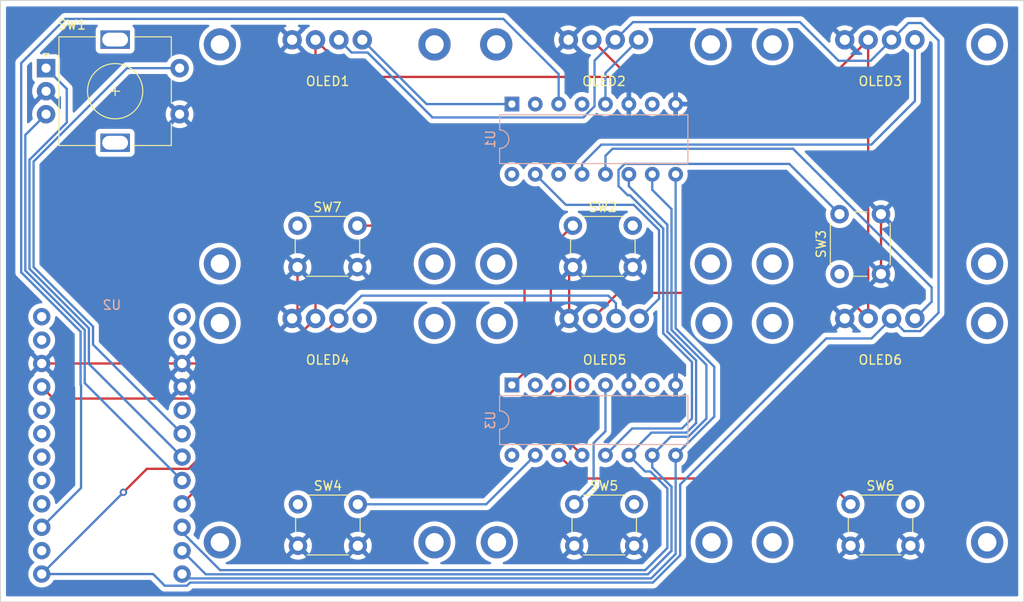
<source format=kicad_pcb>
(kicad_pcb (version 20211014) (generator pcbnew)
  (layers (0 "F.Cu" signal) (31 "B.Cu" signal) (34 "B.Paste" user) (35 "F.Paste" user) (36 "B.SilkS" user "B.Silkscreen") (37 "F.SilkS" user "F.Silkscreen") (38 "B.Mask" user) (39 "F.Mask" user) (44 "Edge.Cuts" user))
  (net 0 "")
  (net 1 "GND")
  (net 2 "3v3")
  (net 3 "SCL")
  (net 4 "OLED_SDA_1")
  (net 5 "OLED_SDA_2")
  (net 6 "OLED_SDA_3")
  (net 7 "OLED_SDA_4")
  (net 8 "OLED_SDA_5")
  (net 9 "OLED_SDA_6")
  (net 10 "ROTARY_A")
  (net 11 "ROTARY_B")
  (net 12 "ROTARY_SW")
  (net 13 "SW_6")
  (net 14 "SW_3")
  (net 15 "SW_5")
  (net 16 "SW_2")
  (net 17 "SW_4")
  (net 18 "SW_1")
  (net 20 "OLED_SDA")
  (net 23 "ADDR2")
  (net 24 "ADDR1")
  (net 25 "ADDR0")
  (net 27 "SWITCH_SIG")
  (footprint "Custom:SSD1306_0.96in" (layer "F.Cu") (at 77.425 62.675)
    (fp_text reference "OLED4" (at 13.7 6 unlocked) (layer "F.SilkS"))
    (fp_text value "ssd1306_0.96in")
    (pad "" np_thru_hole circle (at 25.3 25.8) (size 3.5 3.5) (drill 2) (layers F&B.Cu *.Mask))
    (pad "" np_thru_hole circle (at 2 25.8) (size 3.5 3.5) (drill 2) (layers F&B.Cu *.Mask))
    (pad "" np_thru_hole circle (at 25.3 2) (size 3.5 3.5) (drill 2) (layers F&B.Cu *.Mask))
    (pad "" np_thru_hole circle (at 2 2) (size 3.5 3.5) (drill 2) (layers F&B.Cu *.Mask))
    (pad "1" thru_hole circle (at 9.84 1.5) (size 2.1 2.1) (drill 1.1) (layers *.Mask "F.Cu" "In1.Cu" "B.Cu") (net 1 "GND"))
    (pad "2" thru_hole circle (at 12.38 1.5) (size 2.1 2.1) (drill 1.1) (layers *.Mask "F.Cu" "In1.Cu" "B.Cu") (net 2 "3v3"))
    (pad "3" thru_hole circle (at 14.92 1.5) (size 2.1 2.1) (drill 1.1) (layers *.Mask "F.Cu" "In1.Cu" "B.Cu") (net 3 "SCL"))
    (pad "4" thru_hole circle (at 17.46 1.5) (size 2.1 2.1) (drill 1.1) (layers *.Mask "F.Cu" "In1.Cu" "B.Cu") (net 7 "OLED_SDA_4"))
  )
  (footprint "Custom:SSD1306_0.96in" (layer "F.Cu") (at 107.5 62.675)
    (fp_text reference "OLED5" (at 13.7 6 unlocked) (layer "F.SilkS"))
    (fp_text value "ssd1306_0.96in")
    (pad "" np_thru_hole circle (at 25.3 25.8) (size 3.5 3.5) (drill 2) (layers F&B.Cu *.Mask))
    (pad "" np_thru_hole circle (at 2 25.8) (size 3.5 3.5) (drill 2) (layers F&B.Cu *.Mask))
    (pad "" np_thru_hole circle (at 25.3 2) (size 3.5 3.5) (drill 2) (layers F&B.Cu *.Mask))
    (pad "" np_thru_hole circle (at 2 2) (size 3.5 3.5) (drill 2) (layers F&B.Cu *.Mask))
    (pad "1" thru_hole circle (at 9.84 1.5) (size 2.1 2.1) (drill 1.1) (layers *.Mask "F.Cu" "In1.Cu" "B.Cu") (net 1 "GND"))
    (pad "2" thru_hole circle (at 12.38 1.5) (size 2.1 2.1) (drill 1.1) (layers *.Mask "F.Cu" "In1.Cu" "B.Cu") (net 2 "3v3"))
    (pad "3" thru_hole circle (at 14.92 1.5) (size 2.1 2.1) (drill 1.1) (layers *.Mask "F.Cu" "In1.Cu" "B.Cu") (net 3 "SCL"))
    (pad "4" thru_hole circle (at 17.46 1.5) (size 2.1 2.1) (drill 1.1) (layers *.Mask "F.Cu" "In1.Cu" "B.Cu") (net 8 "OLED_SDA_5"))
  )
  (footprint "Custom:SSD1306_0.96in" (layer "F.Cu") (at 137.425 32.425)
    (fp_text reference "OLED3" (at 13.7 6 unlocked) (layer "F.SilkS"))
    (fp_text value "ssd1306_0.96in")
    (pad "" np_thru_hole circle (at 2 25.8) (size 3.5 3.5) (drill 2) (layers F&B.Cu *.Mask))
    (pad "" np_thru_hole circle (at 2 2) (size 3.5 3.5) (drill 2) (layers F&B.Cu *.Mask))
    (pad "" np_thru_hole circle (at 25.3 25.8) (size 3.5 3.5) (drill 2) (layers F&B.Cu *.Mask))
    (pad "" np_thru_hole circle (at 25.3 2) (size 3.5 3.5) (drill 2) (layers F&B.Cu *.Mask))
    (pad "1" thru_hole circle (at 9.84 1.5) (size 2.1 2.1) (drill 1.1) (layers *.Mask "F.Cu" "In1.Cu" "B.Cu") (net 1 "GND"))
    (pad "2" thru_hole circle (at 12.38 1.5) (size 2.1 2.1) (drill 1.1) (layers *.Mask "F.Cu" "In1.Cu" "B.Cu") (net 2 "3v3"))
    (pad "3" thru_hole circle (at 14.92 1.5) (size 2.1 2.1) (drill 1.1) (layers *.Mask "F.Cu" "In1.Cu" "B.Cu") (net 3 "SCL"))
    (pad "4" thru_hole circle (at 17.46 1.5) (size 2.1 2.1) (drill 1.1) (layers *.Mask "F.Cu" "In1.Cu" "B.Cu") (net 6 "OLED_SDA_3"))
  )
  (footprint "Rotary_Encoder:RotaryEncoder_Alps_EC11E-Switch_Vertical_H20mm" (layer "F.Cu") (at 60.55 37)
    (fp_text reference "SW1" (at 2.8 -4.7) (layer "F.SilkS"))
    (fp_text value "RotaryEncoder_Switch")
    (fp_line (start 13.6 -3.4) (end 13.6 -1) (layer "F.SilkS") (width 0.12))
    (fp_line (start 7 2.5) (end 8 2.5) (layer "F.SilkS") (width 0.12))
    (fp_line (start 1.4 -3.4) (end 1.4 8.4) (layer "F.SilkS") (width 0.12))
    (fp_line (start 7.5 2) (end 7.5 3) (layer "F.SilkS") (width 0.12))
    (fp_line (start -0.3 -1.6) (end 0.3 -1.6) (layer "F.SilkS") (width 0.12))
    (fp_line (start 0.3 -1.6) (end 0 -1.3) (layer "F.SilkS") (width 0.12))
    (fp_line (start 13.6 6) (end 13.6 8.4) (layer "F.SilkS") (width 0.12))
    (fp_line (start 13.6 8.4) (end 9.5 8.4) (layer "F.SilkS") (width 0.12))
    (fp_line (start 5.5 8.4) (end 1.4 8.4) (layer "F.SilkS") (width 0.12))
    (fp_line (start 5.5 -3.4) (end 1.4 -3.4) (layer "F.SilkS") (width 0.12))
    (fp_line (start 13.6 1.2) (end 13.6 3.8) (layer "F.SilkS") (width 0.12))
    (fp_line (start 0 -1.3) (end -0.3 -1.6) (layer "F.SilkS") (width 0.12))
    (fp_line (start 9.5 -3.4) (end 13.6 -3.4) (layer "F.SilkS") (width 0.12))
    (fp_circle (center 7.5 2.5) (end 10.5 2.5) (layer "F.SilkS") (width 0.12) (fill none))
    (pad "" np_thru_hole rect (at 7.5 8.1) (size 3.2 2) (drill oval 2.8 1.5) (layers F&B.Cu *.Mask))
    (pad "" np_thru_hole rect (at 7.5 -3.1) (size 3.2 2) (drill oval 2.8 1.5) (layers F&B.Cu *.Mask))
    (pad "A" thru_hole rect (at 0 0) (size 2 2) (drill 1) (layers *.Cu *.Mask) (net 10 "ROTARY_A"))
    (pad "B" thru_hole circle (at 0 5) (size 2 2) (drill 1) (layers *.Cu *.Mask) (net 11 "ROTARY_B"))
    (pad "C" thru_hole circle (at 0 2.5) (size 2 2) (drill 1) (layers *.Cu *.Mask) (net 1 "GND"))
    (pad "S1" thru_hole circle (at 14.5 5) (size 2 2) (drill 1) (layers *.Cu *.Mask) (net 1 "GND"))
    (pad "S2" thru_hole circle (at 14.5 0) (size 2 2) (drill 1) (layers *.Cu *.Mask) (net 12 "ROTARY_SW"))
  )
  (footprint "Custom:SSD1306_0.96in" (layer "F.Cu") (at 107.425 32.425)
    (fp_text reference "OLED2" (at 13.7 6 unlocked) (layer "F.SilkS"))
    (fp_text value "ssd1306_0.96in")
    (pad "" np_thru_hole circle (at 25.3 2) (size 3.5 3.5) (drill 2) (layers F&B.Cu *.Mask))
    (pad "" np_thru_hole circle (at 2 2) (size 3.5 3.5) (drill 2) (layers F&B.Cu *.Mask))
    (pad "" np_thru_hole circle (at 2 25.8) (size 3.5 3.5) (drill 2) (layers F&B.Cu *.Mask))
    (pad "" np_thru_hole circle (at 25.3 25.8) (size 3.5 3.5) (drill 2) (layers F&B.Cu *.Mask))
    (pad "1" thru_hole circle (at 9.84 1.5) (size 2.1 2.1) (drill 1.1) (layers *.Mask "F.Cu" "In1.Cu" "B.Cu") (net 1 "GND"))
    (pad "2" thru_hole circle (at 12.38 1.5) (size 2.1 2.1) (drill 1.1) (layers *.Mask "F.Cu" "In1.Cu" "B.Cu") (net 2 "3v3"))
    (pad "3" thru_hole circle (at 14.92 1.5) (size 2.1 2.1) (drill 1.1) (layers *.Mask "F.Cu" "In1.Cu" "B.Cu") (net 3 "SCL"))
    (pad "4" thru_hole circle (at 17.46 1.5) (size 2.1 2.1) (drill 1.1) (layers *.Mask "F.Cu" "In1.Cu" "B.Cu") (net 5 "OLED_SDA_2"))
  )
  (footprint "Custom:SSD1306_0.96in" (layer "F.Cu") (at 77.425 32.425)
    (fp_text reference "OLED1" (at 13.7 6 unlocked) (layer "F.SilkS"))
    (fp_text value "ssd1306_0.96in")
    (pad "" np_thru_hole circle (at 25.3 25.8) (size 3.5 3.5) (drill 2) (layers F&B.Cu *.Mask))
    (pad "" np_thru_hole circle (at 25.3 2) (size 3.5 3.5) (drill 2) (layers F&B.Cu *.Mask))
    (pad "" np_thru_hole circle (at 2 2) (size 3.5 3.5) (drill 2) (layers F&B.Cu *.Mask))
    (pad "" np_thru_hole circle (at 2 25.8) (size 3.5 3.5) (drill 2) (layers F&B.Cu *.Mask))
    (pad "1" thru_hole circle (at 9.84 1.5) (size 2.1 2.1) (drill 1.1) (layers *.Mask "F.Cu" "In1.Cu" "B.Cu") (net 1 "GND"))
    (pad "2" thru_hole circle (at 12.38 1.5) (size 2.1 2.1) (drill 1.1) (layers *.Mask "F.Cu" "In1.Cu" "B.Cu") (net 2 "3v3"))
    (pad "3" thru_hole circle (at 14.92 1.5) (size 2.1 2.1) (drill 1.1) (layers *.Mask "F.Cu" "In1.Cu" "B.Cu") (net 3 "SCL"))
    (pad "4" thru_hole circle (at 17.46 1.5) (size 2.1 2.1) (drill 1.1) (layers *.Mask "F.Cu" "In1.Cu" "B.Cu") (net 4 "OLED_SDA_1"))
  )
  (footprint "Button_Switch_THT:SW_PUSH_6mm_H4.3mm" (layer "F.Cu") (at 117.9 84.35)
    (fp_text reference "SW5" (at 3.25 -2) (layer "F.SilkS"))
    (fp_text value "SW_SPST")
    (fp_line (start 5.5 -1) (end 1 -1) (layer "F.SilkS") (width 0.12))
    (fp_line (start 6.75 3) (end 6.75 1.5) (layer "F.SilkS") (width 0.12))
    (fp_line (start -0.25 1.5) (end -0.25 3) (layer "F.SilkS") (width 0.12))
    (fp_line (start 1 5.5) (end 5.5 5.5) (layer "F.SilkS") (width 0.12))
    (pad "1" thru_hole circle (at 6.5 0 90) (size 2 2) (drill 1.1) (layers *.Cu *.Mask) (net 16 "SW_2"))
    (pad "1" thru_hole circle (at 0 0 90) (size 2 2) (drill 1.1) (layers *.Cu *.Mask) (net 16 "SW_2"))
    (pad "2" thru_hole circle (at 0 4.5 90) (size 2 2) (drill 1.1) (layers *.Cu *.Mask) (net 1 "GND"))
    (pad "2" thru_hole circle (at 6.5 4.5 90) (size 2 2) (drill 1.1) (layers *.Cu *.Mask) (net 1 "GND"))
  )
  (footprint "Button_Switch_THT:SW_PUSH_6mm_H4.3mm" (layer "F.Cu") (at 87.9 84.35)
    (fp_text reference "SW4" (at 3.25 -2) (layer "F.SilkS"))
    (fp_text value "SW_SPST")
    (fp_line (start 6.75 3) (end 6.75 1.5) (layer "F.SilkS") (width 0.12))
    (fp_line (start 5.5 -1) (end 1 -1) (layer "F.SilkS") (width 0.12))
    (fp_line (start 1 5.5) (end 5.5 5.5) (layer "F.SilkS") (width 0.12))
    (fp_line (start -0.25 1.5) (end -0.25 3) (layer "F.SilkS") (width 0.12))
    (pad "1" thru_hole circle (at 6.5 0 90) (size 2 2) (drill 1.1) (layers *.Cu *.Mask) (net 15 "SW_5"))
    (pad "1" thru_hole circle (at 0 0 90) (size 2 2) (drill 1.1) (layers *.Cu *.Mask) (net 15 "SW_5"))
    (pad "2" thru_hole circle (at 6.5 4.5 90) (size 2 2) (drill 1.1) (layers *.Cu *.Mask) (net 1 "GND"))
    (pad "2" thru_hole circle (at 0 4.5 90) (size 2 2) (drill 1.1) (layers *.Cu *.Mask) (net 1 "GND"))
  )
  (footprint "Button_Switch_THT:SW_PUSH_6mm_H4.3mm" (layer "F.Cu") (at 87.85 54.1)
    (fp_text reference "SW7" (at 3.25 -2) (layer "F.SilkS"))
    (fp_text value "SW_SPST")
    (fp_line (start -0.25 1.5) (end -0.25 3) (layer "F.SilkS") (width 0.12))
    (fp_line (start 6.75 3) (end 6.75 1.5) (layer "F.SilkS") (width 0.12))
    (fp_line (start 5.5 -1) (end 1 -1) (layer "F.SilkS") (width 0.12))
    (fp_line (start 1 5.5) (end 5.5 5.5) (layer "F.SilkS") (width 0.12))
    (pad "1" thru_hole circle (at 0 0 90) (size 2 2) (drill 1.1) (layers *.Cu *.Mask) (net 18 "SW_1"))
    (pad "1" thru_hole circle (at 6.5 0 90) (size 2 2) (drill 1.1) (layers *.Cu *.Mask) (net 18 "SW_1"))
    (pad "2" thru_hole circle (at 0 4.5 90) (size 2 2) (drill 1.1) (layers *.Cu *.Mask) (net 1 "GND"))
    (pad "2" thru_hole circle (at 6.5 4.5 90) (size 2 2) (drill 1.1) (layers *.Cu *.Mask) (net 1 "GND"))
  )
  (footprint "Button_Switch_THT:SW_PUSH_6mm_H4.3mm" (layer "F.Cu") (at 146.7 59.35 90)
    (fp_text reference "SW3" (at 3.25 -2 90) (layer "F.SilkS"))
    (fp_text value "SW_SPST")
    (fp_line (start -0.25 1.5) (end -0.25 3) (layer "F.SilkS") (width 0.12))
    (fp_line (start 6.75 3) (end 6.75 1.5) (layer "F.SilkS") (width 0.12))
    (fp_line (start 5.5 -1) (end 1 -1) (layer "F.SilkS") (width 0.12))
    (fp_line (start 1 5.5) (end 5.5 5.5) (layer "F.SilkS") (width 0.12))
    (pad "1" thru_hole circle (at 0 0 180) (size 2 2) (drill 1.1) (layers *.Cu *.Mask) (net 14 "SW_3"))
    (pad "1" thru_hole circle (at 6.5 0 180) (size 2 2) (drill 1.1) (layers *.Cu *.Mask) (net 14 "SW_3"))
    (pad "2" thru_hole circle (at 0 4.5 180) (size 2 2) (drill 1.1) (layers *.Cu *.Mask) (net 1 "GND"))
    (pad "2" thru_hole circle (at 6.5 4.5 180) (size 2 2) (drill 1.1) (layers *.Cu *.Mask) (net 1 "GND"))
  )
  (footprint "Button_Switch_THT:SW_PUSH_6mm_H4.3mm" (layer "F.Cu") (at 147.9 84.35)
    (fp_text reference "SW6" (at 3.25 -2) (layer "F.SilkS"))
    (fp_text value "SW_SPST")
    (fp_line (start -0.25 1.5) (end -0.25 3) (layer "F.SilkS") (width 0.12))
    (fp_line (start 1 5.5) (end 5.5 5.5) (layer "F.SilkS") (width 0.12))
    (fp_line (start 6.75 3) (end 6.75 1.5) (layer "F.SilkS") (width 0.12))
    (fp_line (start 5.5 -1) (end 1 -1) (layer "F.SilkS") (width 0.12))
    (pad "1" thru_hole circle (at 0 0 90) (size 2 2) (drill 1.1) (layers *.Cu *.Mask) (net 17 "SW_4"))
    (pad "1" thru_hole circle (at 6.5 0 90) (size 2 2) (drill 1.1) (layers *.Cu *.Mask) (net 17 "SW_4"))
    (pad "2" thru_hole circle (at 0 4.5 90) (size 2 2) (drill 1.1) (layers *.Cu *.Mask) (net 1 "GND"))
    (pad "2" thru_hole circle (at 6.5 4.5 90) (size 2 2) (drill 1.1) (layers *.Cu *.Mask) (net 1 "GND"))
  )
  (footprint "Button_Switch_THT:SW_PUSH_6mm_H4.3mm" (layer "F.Cu") (at 117.75 54.1)
    (fp_text reference "SW2" (at 3.25 -2) (layer "F.SilkS"))
    (fp_text value "SW_SPST")
    (fp_line (start 6.75 3) (end 6.75 1.5) (layer "F.SilkS") (width 0.12))
    (fp_line (start 1 5.5) (end 5.5 5.5) (layer "F.SilkS") (width 0.12))
    (fp_line (start 5.5 -1) (end 1 -1) (layer "F.SilkS") (width 0.12))
    (fp_line (start -0.25 1.5) (end -0.25 3) (layer "F.SilkS") (width 0.12))
    (pad "1" thru_hole circle (at 6.5 0 90) (size 2 2) (drill 1.1) (layers *.Cu *.Mask) (net 13 "SW_6"))
    (pad "1" thru_hole circle (at 0 0 90) (size 2 2) (drill 1.1) (layers *.Cu *.Mask) (net 13 "SW_6"))
    (pad "2" thru_hole circle (at 6.5 4.5 90) (size 2 2) (drill 1.1) (layers *.Cu *.Mask) (net 1 "GND"))
    (pad "2" thru_hole circle (at 0 4.5 90) (size 2 2) (drill 1.1) (layers *.Cu *.Mask) (net 1 "GND"))
  )
  (footprint "Custom:SSD1306_0.96in" (layer "F.Cu") (at 137.425 62.675)
    (fp_text reference "OLED6" (at 13.7 6 unlocked) (layer "F.SilkS"))
    (fp_text value "ssd1306_0.96in")
    (pad "" np_thru_hole circle (at 2 2) (size 3.5 3.5) (drill 2) (layers F&B.Cu *.Mask))
    (pad "" np_thru_hole circle (at 2 25.8) (size 3.5 3.5) (drill 2) (layers F&B.Cu *.Mask))
    (pad "" np_thru_hole circle (at 25.3 25.8) (size 3.5 3.5) (drill 2) (layers F&B.Cu *.Mask))
    (pad "" np_thru_hole circle (at 25.3 2) (size 3.5 3.5) (drill 2) (layers F&B.Cu *.Mask))
    (pad "1" thru_hole circle (at 9.84 1.5) (size 2.1 2.1) (drill 1.1) (layers *.Mask "F.Cu" "In1.Cu" "B.Cu") (net 1 "GND"))
    (pad "2" thru_hole circle (at 12.38 1.5) (size 2.1 2.1) (drill 1.1) (layers *.Mask "F.Cu" "In1.Cu" "B.Cu") (net 2 "3v3"))
    (pad "3" thru_hole circle (at 14.92 1.5) (size 2.1 2.1) (drill 1.1) (layers *.Mask "F.Cu" "In1.Cu" "B.Cu") (net 3 "SCL"))
    (pad "4" thru_hole circle (at 17.46 1.5) (size 2.1 2.1) (drill 1.1) (layers *.Mask "F.Cu" "In1.Cu" "B.Cu") (net 9 "OLED_SDA_6"))
  )
  (footprint "Custom:Sparkfun Pro Micro - RP2040" (layer "B.Cu") (at 75.32 63.985 180)
    (fp_text reference "U2" (at 7.62 1.27 unlocked) (layer "B.SilkS") (effects (justify mirror)))
    (fp_text value "SparkFun_Pro_Micro_-_RP2040")
    (pad "1" thru_hole circle (at 0 0 180) (size 1.8796 1.8796) (drill 1.016) (layers *.Mask "F.Cu" "In1.Cu" "B.Cu"))
    (pad "2" thru_hole circle (at 0 -2.54 180) (size 1.8796 1.8796) (drill 1.016) (layers *.Mask "F.Cu" "In1.Cu" "B.Cu"))
    (pad "3" thru_hole circle (at 0 -5.08 180) (size 1.8796 1.8796) (drill 1.016) (layers *.Mask "F.Cu" "In1.Cu" "B.Cu") (net 1 "GND"))
    (pad "4" thru_hole circle (at 0 -7.62 180) (size 1.8796 1.8796) (drill 1.016) (layers *.Mask "F.Cu" "In1.Cu" "B.Cu") (net 1 "GND"))
    (pad "5" thru_hole circle (at 0 -10.16 180) (size 1.8796 1.8796) (drill 1.016) (layers *.Mask "F.Cu" "In1.Cu" "B.Cu"))
    (pad "6" thru_hole circle (at 0 -12.7 180) (size 1.8796 1.8796) (drill 1.016) (layers *.Mask "F.Cu" "In1.Cu" "B.Cu") (net 12 "ROTARY_SW"))
    (pad "7" thru_hole circle (at 0 -15.24 180) (size 1.8796 1.8796) (drill 1.016) (layers *.Mask "F.Cu" "In1.Cu" "B.Cu") (net 10 "ROTARY_A"))
    (pad "8" thru_hole circle (at 0 -17.78 180) (size 1.8796 1.8796) (drill 1.016) (layers *.Mask "F.Cu" "In1.Cu" "B.Cu") (net 11 "ROTARY_B"))
    (pad "9" thru_hole circle (at 0 -20.32 180) (size 1.8796 1.8796) (drill 1.016) (layers *.Mask "F.Cu" "In1.Cu" "B.Cu") (net 27 "SWITCH_SIG"))
    (pad "10" thru_hole circle (at 0 -22.86 180) (size 1.8796 1.8796) (drill 1.016) (layers *.Mask "F.Cu" "In1.Cu" "B.Cu") (net 25 "ADDR0"))
    (pad "11" thru_hole circle (at 0 -25.4 180) (size 1.8796 1.8796) (drill 1.016) (layers *.Mask "F.Cu" "In1.Cu" "B.Cu") (net 24 "ADDR1"))
    (pad "12" thru_hole circle (at 0 -27.94 180) (size 1.8796 1.8796) (drill 1.016) (layers *.Mask "F.Cu" "In1.Cu" "B.Cu") (net 23 "ADDR2"))
    (pad "13" thru_hole circle (at 15.24 -27.94 180) (size 1.8796 1.8796) (drill 1.016) (layers *.Mask "F.Cu" "In1.Cu" "B.Cu") (net 3 "SCL"))
    (pad "14" thru_hole circle (at 15.24 -25.4 180) (size 1.8796 1.8796) (drill 1.016) (layers *.Mask "F.Cu" "In1.Cu" "B.Cu"))
    (pad "15" thru_hole circle (at 15.24 -22.86 180) (size 1.8796 1.8796) (drill 1.016) (layers *.Mask "F.Cu" "In1.Cu" "B.Cu") (net 20 "OLED_SDA"))
    (pad "16" thru_hole circle (at 15.24 -20.32 180) (size 1.8796 1.8796) (drill 1.016) (layers *.Mask "F.Cu" "In1.Cu" "B.Cu"))
    (pad "17" thru_hole circle (at 15.24 -17.78 180) (size 1.8796 1.8796) (drill 1.016) (layers *.Mask "F.Cu" "In1.Cu" "B.Cu"))
    (pad "18" thru_hole circle (at 15.24 -15.24 180) (size 1.8796 1.8796) (drill 1.016) (layers *.Mask "F.Cu" "In1.Cu" "B.Cu"))
    (pad "19" thru_hole circle (at 15.24 -12.7 180) (size 1.8796 1.8796) (drill 1.016) (layers *.Mask "F.Cu" "In1.Cu" "B.Cu"))
    (pad "20" thru_hole circle (at 15.24 -10.16 180) (size 1.8796 1.8796) (drill 1.016) (layers *.Mask "F.Cu" "In1.Cu" "B.Cu"))
    (pad "21" thru_hole circle (at 15.24 -7.62 180) (size 1.8796 1.8796) (drill 1.016) (layers *.Mask "F.Cu" "In1.Cu" "B.Cu") (net 2 "3v3"))
    (pad "22" thru_hole circle (at 15.24 -5.08 180) (size 1.8796 1.8796) (drill 1.016) (layers *.Mask "F.Cu" "In1.Cu" "B.Cu") (net 1 "GND"))
    (pad "23" thru_hole circle (at 15.24 -2.54 180) (size 1.8796 1.8796) (drill 1.016) (layers *.Mask "F.Cu" "In1.Cu" "B.Cu"))
    (pad "24" thru_hole circle (at 15.24 0 180) (size 1.8796 1.8796) (drill 1.016) (layers *.Mask "F.Cu" "In1.Cu" "B.Cu"))
  )
  (footprint "Package_DIP:DIP-16_W7.62mm" (layer "B.Cu") (at 111.125 40.9 -90)
    (fp_text reference "U1" (at 3.81 2.33 90) (layer "B.SilkS") (effects (justify mirror)))
    (fp_text value "74HC4051")
    (fp_line (start 2.81 1.33) (end 1.16 1.33) (layer "B.SilkS") (width 0.12))
    (fp_line (start 6.46 -19.11) (end 6.46 1.33) (layer "B.SilkS") (width 0.12))
    (fp_line (start 1.16 1.33) (end 1.16 -19.11) (layer "B.SilkS") (width 0.12))
    (fp_line (start 1.16 -19.11) (end 6.46 -19.11) (layer "B.SilkS") (width 0.12))
    (fp_line (start 6.46 1.33) (end 4.81 1.33) (layer "B.SilkS") (width 0.12))
    (fp_arc (start 2.81 1.33) (mid 3.81 0.33) (end 4.81 1.33) (layer "B.SilkS") (width 0.12))
    (pad "1" thru_hole rect (at 0 0 270) (size 1.6 1.6) (drill 0.8) (layers *.Cu *.Mask) (net 4 "OLED_SDA_1"))
    (pad "2" thru_hole oval (at 0 -2.54 270) (size 1.6 1.6) (drill 0.8) (layers *.Cu *.Mask))
    (pad "3" thru_hole oval (at 0 -5.08 270) (size 1.6 1.6) (drill 0.8) (layers *.Cu *.Mask) (net 20 "OLED_SDA"))
    (pad "4" thru_hole oval (at 0 -7.62 270) (size 1.6 1.6) (drill 0.8) (layers *.Cu *.Mask))
    (pad "5" thru_hole oval (at 0 -10.16 270) (size 1.6 1.6) (drill 0.8) (layers *.Cu *.Mask) (net 5 "OLED_SDA_2"))
    (pad "6" thru_hole oval (at 0 -12.7 270) (size 1.6 1.6) (drill 0.8) (layers *.Cu *.Mask) (net 1 "GND"))
    (pad "7" thru_hole oval (at 0 -15.24 270) (size 1.6 1.6) (drill 0.8) (layers *.Cu *.Mask))
    (pad "8" thru_hole oval (at 0 -17.78 270) (size 1.6 1.6) (drill 0.8) (layers *.Cu *.Mask) (net 1 "GND"))
    (pad "9" thru_hole oval (at 7.62 -17.78 270) (size 1.6 1.6) (drill 0.8) (layers *.Cu *.Mask) (net 23 "ADDR2"))
    (pad "10" thru_hole oval (at 7.62 -15.24 270) (size 1.6 1.6) (drill 0.8) (layers *.Cu *.Mask) (net 24 "ADDR1"))
    (pad "11" thru_hole oval (at 7.62 -12.7 270) (size 1.6 1.6) (drill 0.8) (layers *.Cu *.Mask) (net 25 "ADDR0"))
    (pad "12" thru_hole oval (at 7.62 -10.16 270) (size 1.6 1.6) (drill 0.8) (layers *.Cu *.Mask) (net 9 "OLED_SDA_6"))
    (pad "13" thru_hole oval (at 7.62 -7.62 270) (size 1.6 1.6) (drill 0.8) (layers *.Cu *.Mask) (net 6 "OLED_SDA_3"))
    (pad "14" thru_hole oval (at 7.62 -5.08 270) (size 1.6 1.6) (drill 0.8) (layers *.Cu *.Mask) (net 7 "OLED_SDA_4"))
    (pad "15" thru_hole oval (at 7.62 -2.54 270) (size 1.6 1.6) (drill 0.8) (layers *.Cu *.Mask) (net 8 "OLED_SDA_5"))
    (pad "16" thru_hole oval (at 7.62 0 270) (size 1.6 1.6) (drill 0.8) (layers *.Cu *.Mask) (net 2 "3v3"))
  )
  (footprint "Package_DIP:DIP-16_W7.62mm" (layer "B.Cu") (at 111.125 71.4 -90)
    (fp_text reference "U3" (at 3.81 2.33 90) (layer "B.SilkS") (effects (justify mirror)))
    (fp_text value "74HC4051")
    (fp_line (start 1.16 1.33) (end 1.16 -19.11) (layer "B.SilkS") (width 0.12))
    (fp_line (start 1.16 -19.11) (end 6.46 -19.11) (layer "B.SilkS") (width 0.12))
    (fp_line (start 2.81 1.33) (end 1.16 1.33) (layer "B.SilkS") (width 0.12))
    (fp_line (start 6.46 -19.11) (end 6.46 1.33) (layer "B.SilkS") (width 0.12))
    (fp_line (start 6.46 1.33) (end 4.81 1.33) (layer "B.SilkS") (width 0.12))
    (fp_arc (start 2.81 1.33) (mid 3.81 0.33) (end 4.81 1.33) (layer "B.SilkS") (width 0.12))
    (pad "1" thru_hole rect (at 0 0 270) (size 1.6 1.6) (drill 0.8) (layers *.Cu *.Mask) (net 18 "SW_1"))
    (pad "2" thru_hole oval (at 0 -2.54 270) (size 1.6 1.6) (drill 0.8) (layers *.Cu *.Mask))
    (pad "3" thru_hole oval (at 0 -5.08 270) (size 1.6 1.6) (drill 0.8) (layers *.Cu *.Mask) (net 27 "SWITCH_SIG"))
    (pad "4" thru_hole oval (at 0 -7.62 270) (size 1.6 1.6) (drill 0.8) (layers *.Cu *.Mask))
    (pad "5" thru_hole oval (at 0 -10.16 270) (size 1.6 1.6) (drill 0.8) (layers *.Cu *.Mask) (net 16 "SW_2"))
    (pad "6" thru_hole oval (at 0 -12.7 270) (size 1.6 1.6) (drill 0.8) (layers *.Cu *.Mask) (net 1 "GND"))
    (pad "7" thru_hole oval (at 0 -15.24 270) (size 1.6 1.6) (drill 0.8) (layers *.Cu *.Mask))
    (pad "8" thru_hole oval (at 0 -17.78 270) (size 1.6 1.6) (drill 0.8) (layers *.Cu *.Mask) (net 1 "GND"))
    (pad "9" thru_hole oval (at 7.62 -17.78 270) (size 1.6 1.6) (drill 0.8) (layers *.Cu *.Mask) (net 23 "ADDR2"))
    (pad "10" thru_hole oval (at 7.62 -15.24 270) (size 1.6 1.6) (drill 0.8) (layers *.Cu *.Mask) (net 24 "ADDR1"))
    (pad "11" thru_hole oval (at 7.62 -12.7 270) (size 1.6 1.6) (drill 0.8) (layers *.Cu *.Mask) (net 25 "ADDR0"))
    (pad "12" thru_hole oval (at 7.62 -10.16 270) (size 1.6 1.6) (drill 0.8) (layers *.Cu *.Mask) (net 14 "SW_3"))
    (pad "13" thru_hole oval (at 7.62 -7.62 270) (size 1.6 1.6) (drill 0.8) (layers *.Cu *.Mask) (net 13 "SW_6"))
    (pad "14" thru_hole oval (at 7.62 -5.08 270) (size 1.6 1.6) (drill 0.8) (layers *.Cu *.Mask) (net 17 "SW_4"))
    (pad "15" thru_hole oval (at 7.62 -2.54 270) (size 1.6 1.6) (drill 0.8) (layers *.Cu *.Mask) (net 15 "SW_5"))
    (pad "16" thru_hole oval (at 7.62 0 270) (size 1.6 1.6) (drill 0.8) (layers *.Cu *.Mask) (net 2 "3v3"))
  )
  (gr_rect (start 166.7 29.65) (end 55.6 94.95) (layer "Edge.Cuts") (width 0.1) (fill none))
  (segment (start 82.375 69.065) (end 75.32 69.065) (width 0.25) (layer "F.Cu") (net 1))
  (segment (start 75.32 69.065) (end 60.08 69.065) (width 0.25) (layer "F.Cu") (net 1))
  (segment (start 151.2 59.35) (end 151.2 52.85) (width 0.25) (layer "F.Cu") (net 1))
  (segment (start 117.34 59.01) (end 117.75 58.6) (width 0.25) (layer "F.Cu") (net 1))
  (segment (start 87.85 63.59) (end 87.265 64.175) (width 0.25) (layer "F.Cu") (net 1))
  (segment (start 117.34 64.175) (end 117.34 59.01) (width 0.25) (layer "F.Cu") (net 1))
  (segment (start 87.265 64.175) (end 82.375 69.065) (width 0.25) (layer "F.Cu") (net 1))
  (segment (start 87.85 58.6) (end 87.85 63.59) (width 0.25) (layer "F.Cu") (net 1))
  (segment (start 149.805 64.175) (end 149.805 33.925) (width 0.25) (layer "F.Cu") (net 2))
  (segment (start 123.83 37.95) (end 119.805 33.925) (width 0.25) (layer "F.Cu") (net 2))
  (segment (start 81.1102 72.8698) (end 89.805 64.175) (width 0.25) (layer "F.Cu") (net 2))
  (segment (start 149.805 33.925) (end 145.78 37.95) (width 0.25) (layer "F.Cu") (net 2))
  (segment (start 60.08 71.605) (end 61.3448 72.8698) (width 0.25) (layer "F.Cu") (net 2))
  (segment (start 119.88 64.175) (end 122.655 61.4) (width 0.25) (layer "F.Cu") (net 2))
  (segment (start 123.83 37.95) (end 93.83 37.95) (width 0.25) (layer "F.Cu") (net 2))
  (segment (start 89.805 33.925) (end 89.805 64.175) (width 0.25) (layer "F.Cu") (net 2))
  (segment (start 61.3448 72.8698) (end 81.1102 72.8698) (width 0.25) (layer "F.Cu") (net 2))
  (segment (start 122.655 61.4) (end 147.03 61.4) (width 0.25) (layer "F.Cu") (net 2))
  (segment (start 93.83 37.95) (end 89.805 33.925) (width 0.25) (layer "F.Cu") (net 2))
  (segment (start 145.78 37.95) (end 123.83 37.95) (width 0.25) (layer "F.Cu") (net 2))
  (segment (start 147.03 61.4) (end 149.805 64.175) (width 0.25) (layer "F.Cu") (net 2))
  (segment (start 92.345 64.175) (end 76.0198 80.5002) (width 0.25) (layer "F.Cu") (net 3))
  (segment (start 71.4998 80.5002) (end 68.95 83.05) (width 0.25) (layer "F.Cu") (net 3))
  (segment (start 76.0198 80.5002) (end 71.4998 80.5002) (width 0.25) (layer "F.Cu") (net 3))
  (via (at 68.95 83.05) (size 0.8) (drill 0.4) (layers "F.Cu" "B.Cu") (net 3))
  (segment (start 93.72 35.3) (end 95.45 35.3) (width 0.25) (layer "B.Cu") (net 3))
  (segment (start 129.4 82.2) (end 145.25 66.35) (width 0.25) (layer "B.Cu") (net 3))
  (segment (start 146.6 36.2) (end 142.4 32) (width 0.25) (layer "B.Cu") (net 3))
  (segment (start 60.08 91.925) (end 68.9752 83.0298) (width 0.25) (layer "B.Cu") (net 3))
  (segment (start 154.17 32.1) (end 152.345 33.925) (width 0.25) (layer "B.Cu") (net 3))
  (segment (start 153.72 65.55) (end 155.454544 65.55) (width 0.25) (layer "B.Cu") (net 3))
  (segment (start 152.345 33.925) (end 150.07 36.2) (width 0.25) (layer "B.Cu") (net 3))
  (segment (start 142.4 32) (end 124.27 32) (width 0.25) (layer "B.Cu") (net 3))
  (segment (start 120.1 41.135991) (end 120.1 36.17) (width 0.25) (layer "B.Cu") (net 3))
  (segment (start 92.345 33.925) (end 93.72 35.3) (width 0.25) (layer "B.Cu") (net 3))
  (segment (start 126.436396 92.85) (end 129.4 89.886396) (width 0.25) (layer "B.Cu") (net 3))
  (segment (start 145.25 66.35) (end 150.17 66.35) (width 0.25) (layer "B.Cu") (net 3))
  (segment (start 152.345 64.175) (end 153.72 65.55) (width 0.25) (layer "B.Cu") (net 3))
  (segment (start 129.4 89.886396) (end 129.4 82.2) (width 0.25) (layer "B.Cu") (net 3))
  (segment (start 72.175 91.925) (end 73.4398 93.1898) (width 0.25) (layer "B.Cu") (net 3))
  (segment (start 95.45 35.3) (end 102.5 42.35) (width 0.25) (layer "B.Cu") (net 3))
  (segment (start 118.885991 42.35) (end 120.1 41.135991) (width 0.25) (layer "B.Cu") (net 3))
  (segment (start 150.17 66.35) (end 152.345 64.175) (width 0.25) (layer "B.Cu") (net 3))
  (segment (start 121.6 61.7) (end 94.82 61.7) (width 0.25) (layer "B.Cu") (net 3))
  (segment (start 122.42 64.175) (end 122.42 62.52) (width 0.25) (layer "B.Cu") (net 3))
  (segment (start 73.4398 93.1898) (end 75.843898 93.1898) (width 0.25) (layer "B.Cu") (net 3))
  (segment (start 122.42 62.52) (end 121.6 61.7) (width 0.25) (layer "B.Cu") (net 3))
  (segment (start 75.843898 93.1898) (end 76.183698 92.85) (width 0.25) (layer "B.Cu") (net 3))
  (segment (start 150.07 36.2) (end 146.6 36.2) (width 0.25) (layer "B.Cu") (net 3))
  (segment (start 157.45 63.554544) (end 157.45 34) (width 0.25) (layer "B.Cu") (net 3))
  (segment (start 60.08 91.925) (end 72.175 91.925) (width 0.25) (layer "B.Cu") (net 3))
  (segment (start 155.454544 65.55) (end 157.45 63.554544) (width 0.25) (layer "B.Cu") (net 3))
  (segment (start 157.45 34) (end 155.55 32.1) (width 0.25) (layer "B.Cu") (net 3))
  (segment (start 120.1 36.17) (end 122.345 33.925) (width 0.25) (layer "B.Cu") (net 3))
  (segment (start 124.27 32) (end 122.345 33.925) (width 0.25) (layer "B.Cu") (net 3))
  (segment (start 94.82 61.7) (end 92.345 64.175) (width 0.25) (layer "B.Cu") (net 3))
  (segment (start 76.183698 92.85) (end 126.436396 92.85) (width 0.25) (layer "B.Cu") (net 3))
  (segment (start 155.55 32.1) (end 154.17 32.1) (width 0.25) (layer "B.Cu") (net 3))
  (segment (start 102.5 42.35) (end 118.885991 42.35) (width 0.25) (layer "B.Cu") (net 3))
  (segment (start 111.125 40.9) (end 101.86 40.9) (width 0.25) (layer "B.Cu") (net 4))
  (segment (start 101.86 40.9) (end 94.885 33.925) (width 0.25) (layer "B.Cu") (net 4))
  (segment (start 121.285 37.525) (end 124.885 33.925) (width 0.25) (layer "B.Cu") (net 5))
  (segment (start 121.285 40.9) (end 121.285 37.525) (width 0.25) (layer "B.Cu") (net 5))
  (segment (start 120.83363 45.3) (end 150.15 45.3) (width 0.25) (layer "B.Cu") (net 6))
  (segment (start 118.745 48.52) (end 118.745 47.38863) (width 0.25) (layer "B.Cu") (net 6))
  (segment (start 154.885 40.565) (end 154.885 33.925) (width 0.25) (layer "B.Cu") (net 6))
  (segment (start 150.15 45.3) (end 154.885 40.565) (width 0.25) (layer "B.Cu") (net 6))
  (segment (start 118.745 47.38863) (end 120.83363 45.3) (width 0.25) (layer "B.Cu") (net 6))
  (segment (start 127.105 62.03) (end 124.96 64.175) (width 0.25) (layer "B.Cu") (net 8))
  (segment (start 124.359302 51.840698) (end 127.105 54.586396) (width 0.25) (layer "B.Cu") (net 8))
  (segment (start 127.105 54.586396) (end 127.105 62.03) (width 0.25) (layer "B.Cu") (net 8))
  (segment (start 116.985698 51.840698) (end 124.359302 51.840698) (width 0.25) (layer "B.Cu") (net 8))
  (segment (start 113.665 48.52) (end 116.985698 51.840698) (width 0.25) (layer "B.Cu") (net 8))
  (segment (start 141.65 45.75) (end 156.7 60.8) (width 0.25) (layer "B.Cu") (net 9))
  (segment (start 122.05 45.75) (end 141.65 45.75) (width 0.25) (layer "B.Cu") (net 9))
  (segment (start 121.285 48.52) (end 121.285 46.515) (width 0.25) (layer "B.Cu") (net 9))
  (segment (start 156.7 62.36) (end 154.885 64.175) (width 0.25) (layer "B.Cu") (net 9))
  (segment (start 121.285 46.515) (end 122.05 45.75) (width 0.25) (layer "B.Cu") (net 9))
  (segment (start 156.7 60.8) (end 156.7 62.36) (width 0.25) (layer "B.Cu") (net 9))
  (segment (start 65.2 69.105) (end 65.2 65.236396) (width 0.25) (layer "B.Cu") (net 10))
  (segment (start 62.8 42.9) (end 62.8 39.25) (width 0.25) (layer "B.Cu") (net 10))
  (segment (start 62.8 39.25) (end 60.55 37) (width 0.25) (layer "B.Cu") (net 10))
  (segment (start 58.75 58.786396) (end 58.75 46.95) (width 0.25) (layer "B.Cu") (net 10))
  (segment (start 65.2 65.236396) (end 58.75 58.786396) (width 0.25) (layer "B.Cu") (net 10))
  (segment (start 58.75 46.95) (end 62.8 42.9) (width 0.25) (layer "B.Cu") (net 10))
  (segment (start 75.32 79.225) (end 65.2 69.105) (width 0.25) (layer "B.Cu") (net 10))
  (segment (start 58.3 58.972792) (end 58.3 44.25) (width 0.25) (layer "B.Cu") (net 11))
  (segment (start 64.75 65.422792) (end 58.3 58.972792) (width 0.25) (layer "B.Cu") (net 11))
  (segment (start 64.75 71.195) (end 64.75 65.422792) (width 0.25) (layer "B.Cu") (net 11))
  (segment (start 75.32 81.765) (end 64.75 71.195) (width 0.25) (layer "B.Cu") (net 11))
  (segment (start 58.3 44.25) (end 60.55 42) (width 0.25) (layer "B.Cu") (net 11))
  (segment (start 75.05 37) (end 69.336396 37) (width 0.25) (layer "B.Cu") (net 12))
  (segment (start 59.2 58.6) (end 65.65 65.05) (width 0.25) (layer "B.Cu") (net 12))
  (segment (start 65.65 67.015) (end 75.32 76.685) (width 0.25) (layer "B.Cu") (net 12))
  (segment (start 59.2 47.136396) (end 59.2 58.6) (width 0.25) (layer "B.Cu") (net 12))
  (segment (start 69.336396 37) (end 59.2 47.136396) (width 0.25) (layer "B.Cu") (net 12))
  (segment (start 65.65 65.05) (end 65.65 67.015) (width 0.25) (layer "B.Cu") (net 12))
  (segment (start 117.75 54.1) (end 115.35 56.5) (width 0.25) (layer "F.Cu") (net 13))
  (segment (start 117.45 77.725) (end 118.745 79.02) (width 0.25) (layer "F.Cu") (net 13))
  (segment (start 115.35 56.5) (end 115.35 65.75) (width 0.25) (layer "F.Cu") (net 13))
  (segment (start 117.45 67.85) (end 117.45 77.725) (width 0.25) (layer "F.Cu") (net 13))
  (segment (start 115.35 65.75) (end 117.45 67.85) (width 0.25) (layer "F.Cu") (net 13))
  (segment (start 130.676104 75.043198) (end 129.6 76.119302) (width 0.25) (layer "B.Cu") (net 14))
  (segment (start 124.185698 76.119302) (end 121.285 79.02) (width 0.25) (layer "B.Cu") (net 14))
  (segment (start 146.7 52.85) (end 141.245 47.395) (width 0.25) (layer "B.Cu") (net 14))
  (segment (start 122.7 49.8) (end 123.7 50.8) (width 0.25) (layer "B.Cu") (net 14))
  (segment (start 123.359009 47.395) (end 122.7 48.054009) (width 0.25) (layer "B.Cu") (net 14))
  (segment (start 127.555 54.4) (end 127.555 65.791396) (width 0.25) (layer "B.Cu") (net 14))
  (segment (start 122.7 48.054009) (end 122.7 49.8) (width 0.25) (layer "B.Cu") (net 14))
  (segment (start 129.6 76.119302) (end 124.185698 76.119302) (width 0.25) (layer "B.Cu") (net 14))
  (segment (start 130.676104 68.9125) (end 130.676104 75.043198) (width 0.25) (layer "B.Cu") (net 14))
  (segment (start 123.7 50.8) (end 123.955 50.8) (width 0.25) (layer "B.Cu") (net 14))
  (segment (start 127.555 65.791396) (end 130.676104 68.9125) (width 0.25) (layer "B.Cu") (net 14))
  (segment (start 123.955 50.8) (end 127.555 54.4) (width 0.25) (layer "B.Cu") (net 14))
  (segment (start 141.245 47.395) (end 123.359009 47.395) (width 0.25) (layer "B.Cu") (net 14))
  (segment (start 113.665 79.02) (end 108.335 84.35) (width 0.25) (layer "B.Cu") (net 15))
  (segment (start 108.335 84.35) (end 94.4 84.35) (width 0.25) (layer "B.Cu") (net 15))
  (segment (start 120 82.25) (end 117.9 84.35) (width 0.25) (layer "B.Cu") (net 16))
  (segment (start 120 77.7) (end 120 82.25) (width 0.25) (layer "B.Cu") (net 16))
  (segment (start 121.285 71.4) (end 121.285 76.415) (width 0.25) (layer "B.Cu") (net 16))
  (segment (start 121.285 76.415) (end 120 77.7) (width 0.25) (layer "B.Cu") (net 16))
  (segment (start 116.205 79.02) (end 118.735 81.55) (width 0.25) (layer "F.Cu") (net 17))
  (segment (start 118.735 81.55) (end 145.1 81.55) (width 0.25) (layer "F.Cu") (net 17))
  (segment (start 145.1 81.55) (end 147.9 84.35) (width 0.25) (layer "F.Cu") (net 17))
  (segment (start 94.35 54.1) (end 111.7 54.1) (width 0.25) (layer "F.Cu") (net 18))
  (segment (start 112.5 54.9) (end 112.5 70.025) (width 0.25) (layer "F.Cu") (net 18))
  (segment (start 112.5 70.025) (end 111.125 71.4) (width 0.25) (layer "F.Cu") (net 18))
  (segment (start 111.7 54.1) (end 112.5 54.9) (width 0.25) (layer "F.Cu") (net 18))
  (segment (start 64.35 82.575) (end 60.08 86.845) (width 0.25) (layer "B.Cu") (net 20))
  (segment (start 57.85 36.45) (end 57.85 59.159188) (width 0.25) (layer "B.Cu") (net 20))
  (segment (start 116.205 40.9) (end 116.205 37.655) (width 0.25) (layer "B.Cu") (net 20))
  (segment (start 57.85 59.159188) (end 64.3 65.609188) (width 0.25) (layer "B.Cu") (net 20))
  (segment (start 116.205 37.655) (end 110.2 31.65) (width 0.25) (layer "B.Cu") (net 20))
  (segment (start 110.2 31.65) (end 62.65 31.65) (width 0.25) (layer "B.Cu") (net 20))
  (segment (start 64.35 71.431396) (end 64.35 82.575) (width 0.25) (layer "B.Cu") (net 20))
  (segment (start 62.65 31.65) (end 57.85 36.45) (width 0.25) (layer "B.Cu") (net 20))
  (segment (start 64.3 71.381396) (end 64.35 71.431396) (width 0.25) (layer "B.Cu") (net 20))
  (segment (start 64.3 65.609188) (end 64.3 71.381396) (width 0.25) (layer "B.Cu") (net 20))
  (segment (start 128.905 79.02) (end 133.1 74.825) (width 0.25) (layer "B.Cu") (net 23))
  (segment (start 128.905 65.232208) (end 128.905 48.52) (width 0.25) (layer "B.Cu") (net 23))
  (segment (start 128.905 89.745) (end 128.905 79.02) (width 0.25) (layer "B.Cu") (net 23))
  (segment (start 133.1 74.825) (end 133.1 69.427208) (width 0.25) (layer "B.Cu") (net 23))
  (segment (start 126.25 92.4) (end 128.905 89.745) (width 0.25) (layer "B.Cu") (net 23))
  (segment (start 133.1 69.427208) (end 128.905 65.232208) (width 0.25) (layer "B.Cu") (net 23))
  (segment (start 75.32 91.925) (end 75.795 92.4) (width 0.25) (layer "B.Cu") (net 23))
  (segment (start 75.795 92.4) (end 126.25 92.4) (width 0.25) (layer "B.Cu") (net 23))
  (segment (start 125.9 91.95) (end 128.455 89.395) (width 0.25) (layer "B.Cu") (net 24))
  (segment (start 126.365 80.36) (end 126.365 79.02) (width 0.25) (layer "B.Cu") (net 24))
  (segment (start 128.455 82.45) (end 126.365 80.36) (width 0.25) (layer "B.Cu") (net 24))
  (segment (start 130.269302 77.019302) (end 132.244302 75.044302) (width 0.25) (layer "B.Cu") (net 24))
  (segment (start 75.32 89.385) (end 77.885 91.95) (width 0.25) (layer "B.Cu") (net 24))
  (segment (start 128.365698 77.019302) (end 130.269302 77.019302) (width 0.25) (layer "B.Cu") (net 24))
  (segment (start 132.244302 69.207906) (end 128.455 65.418604) (width 0.25) (layer "B.Cu") (net 24))
  (segment (start 126.365 79.02) (end 128.365698 77.019302) (width 0.25) (layer "B.Cu") (net 24))
  (segment (start 126.365 50.21) (end 126.365 48.52) (width 0.25) (layer "B.Cu") (net 24))
  (segment (start 128.455 52.3) (end 126.365 50.21) (width 0.25) (layer "B.Cu") (net 24))
  (segment (start 128.455 89.395) (end 128.455 82.45) (width 0.25) (layer "B.Cu") (net 24))
  (segment (start 132.244302 75.044302) (end 132.244302 69.207906) (width 0.25) (layer "B.Cu") (net 24))
  (segment (start 77.885 91.95) (end 125.9 91.95) (width 0.25) (layer "B.Cu") (net 24))
  (segment (start 128.455 65.418604) (end 128.455 52.3) (width 0.25) (layer "B.Cu") (net 24))
  (segment (start 128.005 54) (end 123.825 49.82) (width 0.25) (layer "B.Cu") (net 25))
  (segment (start 128.005 65.605) (end 128.005 54) (width 0.25) (layer "B.Cu") (net 25))
  (segment (start 123.825 49.82) (end 123.825 48.52) (width 0.25) (layer "B.Cu") (net 25))
  (segment (start 126.275698 76.569302) (end 130.082906 76.569302) (width 0.25) (layer "B.Cu") (net 25))
  (segment (start 131.126104 68.726104) (end 128.005 65.605) (width 0.25) (layer "B.Cu") (net 25))
  (segment (start 131.126104 75.526104) (end 131.126104 68.726104) (width 0.25) (layer "B.Cu") (net 25))
  (segment (start 75.32 87.37) (end 79.45 91.5) (width 0.25) (layer "B.Cu") (net 25))
  (segment (start 125.595698 80.790698) (end 123.825 79.02) (width 0.25) (layer "B.Cu") (net 25))
  (segment (start 79.45 91.5) (end 125.6 91.5) (width 0.25) (layer "B.Cu") (net 25))
  (segment (start 123.825 79.02) (end 126.275698 76.569302) (width 0.25) (layer "B.Cu") (net 25))
  (segment (start 125.6 91.5) (end 128.005 89.095) (width 0.25) (layer "B.Cu") (net 25))
  (segment (start 130.082906 76.569302) (end 131.126104 75.526104) (width 0.25) (layer "B.Cu") (net 25))
  (segment (start 128.005 82.636396) (end 126.159302 80.790698) (width 0.25) (layer "B.Cu") (net 25))
  (segment (start 126.159302 80.790698) (end 125.595698 80.790698) (width 0.25) (layer "B.Cu") (net 25))
  (segment (start 75.32 86.845) (end 75.32 87.37) (width 0.25) (layer "B.Cu") (net 25))
  (segment (start 128.005 89.095) (end 128.005 82.636396) (width 0.25) (layer "B.Cu") (net 25))
  (segment (start 116.205 71.4) (end 105.255 82.35) (width 0.25) (layer "F.Cu") (net 27))
  (segment (start 77.275 82.35) (end 75.32 84.305) (width 0.25) (layer "F.Cu") (net 27))
  (segment (start 105.255 82.35) (end 77.275 82.35) (width 0.25) (layer "F.Cu") (net 27))
  (zone (net 1) (net_name "GND") (layer "B.Cu") (connect_pads (clearance 0.508)) (min_thickness 0.254) (fill yes (thermal_gap 0.508) (thermal_bridge_width 0.508))
    (polygon (pts (xy 166.1 94.35) (xy 56.2 94.35) (xy 56.2 30.3) (xy 166.1 30.3)))
  )
)
</source>
